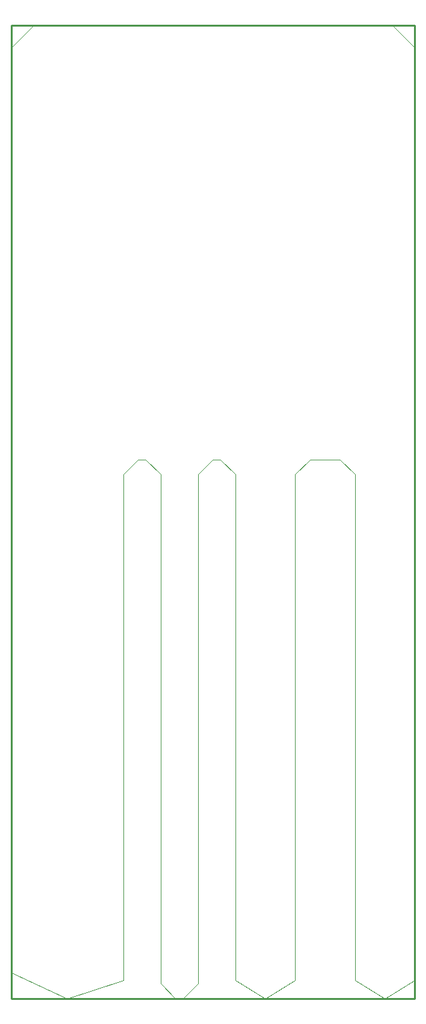
<source format=gko>
G04 Layer: BoardOutlineLayer*
G04 EasyEDA v6.5.46, 2025-07-26 15:58:12*
G04 6a7e19aa2f684b7bb05dc37647730589,ba325f3f76be48ccbdad7cc867071ff5,10*
G04 Gerber Generator version 0.2*
G04 Scale: 100 percent, Rotated: No, Reflected: No *
G04 Dimensions in millimeters *
G04 leading zeros omitted , absolute positions ,4 integer and 5 decimal *
%FSLAX45Y45*%
%MOMM*%

%ADD10C,0.2540*%
%ADD11C,0.0254*%
D10*
X0Y-2D02*
G01*
X5399991Y-2D01*
X5399991Y-12999971D01*
X0Y-12999971D01*
X0Y-2D01*
D11*
X3799992Y-12999974D02*
G01*
X3399993Y-12999974D01*
X3399993Y-12999974D02*
G01*
X3799992Y-12749974D01*
X3799992Y-12749974D02*
G01*
X3799992Y-5999987D01*
X3799992Y-5999987D02*
G01*
X3999991Y-5799988D01*
X3999991Y-5799988D02*
G01*
X4199991Y-5799988D01*
X4199991Y-5799988D02*
G01*
X4399991Y-5799988D01*
X4399991Y-5799988D02*
G01*
X4599990Y-5999987D01*
X4599990Y-5999987D02*
G01*
X4599990Y-12749974D01*
X4599990Y-12749974D02*
G01*
X4999990Y-12999974D01*
X4999990Y-12999974D02*
G01*
X4599990Y-12999974D01*
X4599990Y-12999974D02*
G01*
X3799992Y-12999974D01*
X5399986Y-12799974D02*
G01*
X5399989Y-12749974D01*
X5399989Y-12749974D02*
G01*
X4999990Y-12999974D01*
X4999990Y-12999974D02*
G01*
X5399986Y-12999974D01*
X5399986Y-12999974D02*
G01*
X5399986Y-12799974D01*
X0Y-12799974D02*
G01*
X0Y-12649974D01*
X0Y-12649974D02*
G01*
X749998Y-12999974D01*
X749998Y-12999974D02*
G01*
X0Y-12999974D01*
X0Y-12999974D02*
G01*
X0Y-12799974D01*
X199999Y0D02*
G01*
X299996Y2D01*
X299996Y2D02*
G01*
X-2Y-299996D01*
X-2Y-299996D02*
G01*
X0Y0D01*
X0Y0D02*
G01*
X199999Y0D01*
X5399989Y-199999D02*
G01*
X5399991Y-299996D01*
X5399991Y-299996D02*
G01*
X5099992Y2D01*
X5099992Y2D02*
G01*
X5399989Y0D01*
X5399989Y0D02*
G01*
X5399989Y-199999D01*
X2999993Y-12749974D02*
G01*
X3399993Y-12999974D01*
X3399993Y-12999974D02*
G01*
X2299995Y-12999974D01*
X2299995Y-12999974D02*
G01*
X2499995Y-12799974D01*
X2499995Y-12799974D02*
G01*
X2499995Y-5999987D01*
X2499995Y-5999987D02*
G01*
X2699994Y-5799988D01*
X2699994Y-5799988D02*
G01*
X2799994Y-5799988D01*
X2799994Y-5799988D02*
G01*
X2999993Y-5999987D01*
X2999993Y-5999987D02*
G01*
X2999993Y-12749974D01*
X2999993Y-12749974D02*
G01*
X2999993Y-12749974D01*
X749998Y-12999974D02*
G01*
X1499996Y-12749974D01*
X1499996Y-12749974D02*
G01*
X1499996Y-5999987D01*
X1499996Y-5999987D02*
G01*
X1699996Y-5799988D01*
X1699996Y-5799988D02*
G01*
X1799996Y-5799988D01*
X1799996Y-5799988D02*
G01*
X1999995Y-5999987D01*
X1999995Y-5999987D02*
G01*
X1999995Y-12799974D01*
X1999995Y-12799974D02*
G01*
X2199995Y-12999974D01*
X2199995Y-12999974D02*
G01*
X749998Y-12999974D01*
X749998Y-12999974D02*
G01*
X749998Y-12999974D01*

%LPD*%
M02*

</source>
